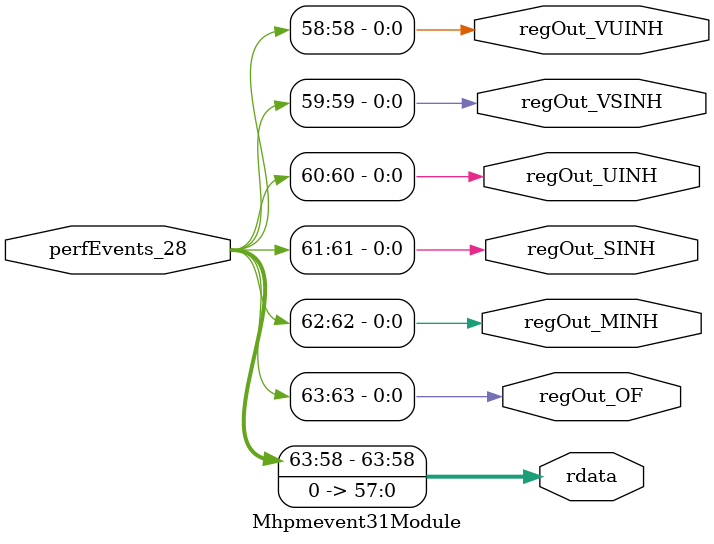
<source format=sv>
`ifndef RANDOMIZE
  `ifdef RANDOMIZE_MEM_INIT
    `define RANDOMIZE
  `endif // RANDOMIZE_MEM_INIT
`endif // not def RANDOMIZE
`ifndef RANDOMIZE
  `ifdef RANDOMIZE_REG_INIT
    `define RANDOMIZE
  `endif // RANDOMIZE_REG_INIT
`endif // not def RANDOMIZE

`ifndef RANDOM
  `define RANDOM $random
`endif // not def RANDOM

// Users can define INIT_RANDOM as general code that gets injected into the
// initializer block for modules with registers.
`ifndef INIT_RANDOM
  `define INIT_RANDOM
`endif // not def INIT_RANDOM

// If using random initialization, you can also define RANDOMIZE_DELAY to
// customize the delay used, otherwise 0.002 is used.
`ifndef RANDOMIZE_DELAY
  `define RANDOMIZE_DELAY 0.002
`endif // not def RANDOMIZE_DELAY

// Define INIT_RANDOM_PROLOG_ for use in our modules below.
`ifndef INIT_RANDOM_PROLOG_
  `ifdef RANDOMIZE
    `ifdef VERILATOR
      `define INIT_RANDOM_PROLOG_ `INIT_RANDOM
    `else  // VERILATOR
      `define INIT_RANDOM_PROLOG_ `INIT_RANDOM #`RANDOMIZE_DELAY begin end
    `endif // VERILATOR
  `else  // RANDOMIZE
    `define INIT_RANDOM_PROLOG_
  `endif // RANDOMIZE
`endif // not def INIT_RANDOM_PROLOG_

// Include register initializers in init blocks unless synthesis is set
`ifndef SYNTHESIS
  `ifndef ENABLE_INITIAL_REG_
    `define ENABLE_INITIAL_REG_
  `endif // not def ENABLE_INITIAL_REG_
`endif // not def SYNTHESIS

// Include rmemory initializers in init blocks unless synthesis is set
`ifndef SYNTHESIS
  `ifndef ENABLE_INITIAL_MEM_
    `define ENABLE_INITIAL_MEM_
  `endif // not def ENABLE_INITIAL_MEM_
`endif // not def SYNTHESIS

module Mhpmevent31Module(
  output [63:0] rdata,
  output        regOut_OF,
  output        regOut_MINH,
  output        regOut_SINH,
  output        regOut_UINH,
  output        regOut_VSINH,
  output        regOut_VUINH,
  input  [63:0] perfEvents_28
);

  assign rdata = {perfEvents_28[63:58], 58'h0};
  assign regOut_OF = perfEvents_28[63];
  assign regOut_MINH = perfEvents_28[62];
  assign regOut_SINH = perfEvents_28[61];
  assign regOut_UINH = perfEvents_28[60];
  assign regOut_VSINH = perfEvents_28[59];
  assign regOut_VUINH = perfEvents_28[58];
endmodule


</source>
